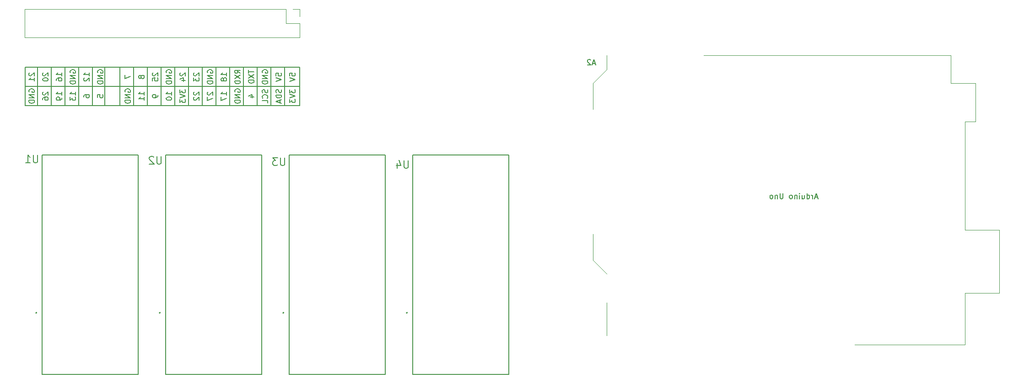
<source format=gbr>
%TF.GenerationSoftware,KiCad,Pcbnew,(6.0.10)*%
%TF.CreationDate,2025-04-12T23:07:49+02:00*%
%TF.ProjectId,pcb_shield,7063625f-7368-4696-956c-642e6b696361,1.0*%
%TF.SameCoordinates,Original*%
%TF.FileFunction,Legend,Bot*%
%TF.FilePolarity,Positive*%
%FSLAX46Y46*%
G04 Gerber Fmt 4.6, Leading zero omitted, Abs format (unit mm)*
G04 Created by KiCad (PCBNEW (6.0.10)) date 2025-04-12 23:07:49*
%MOMM*%
%LPD*%
G01*
G04 APERTURE LIST*
%ADD10C,0.150000*%
%ADD11C,0.120000*%
%ADD12C,0.127000*%
%ADD13C,0.200000*%
G04 APERTURE END LIST*
D10*
X72136000Y-70104000D02*
X72136000Y-77216000D01*
X120650000Y-73660000D02*
X69850000Y-73660000D01*
X112776000Y-70104000D02*
X112776000Y-77216000D01*
X100076000Y-70104000D02*
X100076000Y-77216000D01*
X105156000Y-70104000D02*
X105156000Y-77216000D01*
X115316000Y-70104000D02*
X115316000Y-77216000D01*
X110236000Y-70104000D02*
X110236000Y-77216000D01*
X89916000Y-70104000D02*
X89916000Y-77216000D01*
X94996000Y-70104000D02*
X94996000Y-77216000D01*
X84582000Y-70104000D02*
X84582000Y-77216000D01*
X82296000Y-70104000D02*
X82296000Y-77216000D01*
X69850000Y-77216000D02*
X120650000Y-77216000D01*
X107696000Y-70104000D02*
X107696000Y-77216000D01*
X97536000Y-70104000D02*
X97536000Y-77216000D01*
X102616000Y-70104000D02*
X102616000Y-77216000D01*
X87376000Y-70104000D02*
X87376000Y-77216000D01*
X69850000Y-70104000D02*
X120650000Y-70104000D01*
X74676000Y-70104000D02*
X74676000Y-77216000D01*
X92456000Y-70104000D02*
X92456000Y-77216000D01*
X69850000Y-73660000D02*
X69850000Y-77216000D01*
X120650000Y-77216000D02*
X120650000Y-73660000D01*
X77216000Y-70104000D02*
X77216000Y-77216000D01*
X117856000Y-70104000D02*
X117856000Y-77216000D01*
X69850000Y-73660000D02*
X69850000Y-70104000D01*
X120650000Y-70104000D02*
X120650000Y-73660000D01*
X79756000Y-70104000D02*
X79756000Y-77216000D01*
X101147619Y-74676095D02*
X101100000Y-74723714D01*
X101052380Y-74818952D01*
X101052380Y-75057047D01*
X101100000Y-75152285D01*
X101147619Y-75199904D01*
X101242857Y-75247523D01*
X101338095Y-75247523D01*
X101480952Y-75199904D01*
X102052380Y-74628476D01*
X102052380Y-75247523D01*
X101147619Y-75628476D02*
X101100000Y-75676095D01*
X101052380Y-75771333D01*
X101052380Y-76009428D01*
X101100000Y-76104666D01*
X101147619Y-76152285D01*
X101242857Y-76199904D01*
X101338095Y-76199904D01*
X101480952Y-76152285D01*
X102052380Y-75580857D01*
X102052380Y-76199904D01*
X96020000Y-71120095D02*
X95972380Y-71024857D01*
X95972380Y-70882000D01*
X96020000Y-70739142D01*
X96115238Y-70643904D01*
X96210476Y-70596285D01*
X96400952Y-70548666D01*
X96543809Y-70548666D01*
X96734285Y-70596285D01*
X96829523Y-70643904D01*
X96924761Y-70739142D01*
X96972380Y-70882000D01*
X96972380Y-70977238D01*
X96924761Y-71120095D01*
X96877142Y-71167714D01*
X96543809Y-71167714D01*
X96543809Y-70977238D01*
X96972380Y-71596285D02*
X95972380Y-71596285D01*
X96972380Y-72167714D01*
X95972380Y-72167714D01*
X96972380Y-72643904D02*
X95972380Y-72643904D01*
X95972380Y-72882000D01*
X96020000Y-73024857D01*
X96115238Y-73120095D01*
X96210476Y-73167714D01*
X96400952Y-73215333D01*
X96543809Y-73215333D01*
X96734285Y-73167714D01*
X96829523Y-73120095D01*
X96924761Y-73024857D01*
X96972380Y-72882000D01*
X96972380Y-72643904D01*
X98512380Y-74199904D02*
X98512380Y-74818952D01*
X98893333Y-74485619D01*
X98893333Y-74628476D01*
X98940952Y-74723714D01*
X98988571Y-74771333D01*
X99083809Y-74818952D01*
X99321904Y-74818952D01*
X99417142Y-74771333D01*
X99464761Y-74723714D01*
X99512380Y-74628476D01*
X99512380Y-74342761D01*
X99464761Y-74247523D01*
X99417142Y-74199904D01*
X98512380Y-75104666D02*
X99512380Y-75438000D01*
X98512380Y-75771333D01*
X98512380Y-76009428D02*
X98512380Y-76628476D01*
X98893333Y-76295142D01*
X98893333Y-76438000D01*
X98940952Y-76533238D01*
X98988571Y-76580857D01*
X99083809Y-76628476D01*
X99321904Y-76628476D01*
X99417142Y-76580857D01*
X99464761Y-76533238D01*
X99512380Y-76438000D01*
X99512380Y-76152285D01*
X99464761Y-76057047D01*
X99417142Y-76009428D01*
X118832380Y-71691523D02*
X118832380Y-71215333D01*
X119308571Y-71167714D01*
X119260952Y-71215333D01*
X119213333Y-71310571D01*
X119213333Y-71548666D01*
X119260952Y-71643904D01*
X119308571Y-71691523D01*
X119403809Y-71739142D01*
X119641904Y-71739142D01*
X119737142Y-71691523D01*
X119784761Y-71643904D01*
X119832380Y-71548666D01*
X119832380Y-71310571D01*
X119784761Y-71215333D01*
X119737142Y-71167714D01*
X118832380Y-72024857D02*
X119832380Y-72358190D01*
X118832380Y-72691523D01*
X103687619Y-74676095D02*
X103640000Y-74723714D01*
X103592380Y-74818952D01*
X103592380Y-75057047D01*
X103640000Y-75152285D01*
X103687619Y-75199904D01*
X103782857Y-75247523D01*
X103878095Y-75247523D01*
X104020952Y-75199904D01*
X104592380Y-74628476D01*
X104592380Y-75247523D01*
X103592380Y-75580857D02*
X103592380Y-76247523D01*
X104592380Y-75818952D01*
X81732380Y-71691523D02*
X81732380Y-71120095D01*
X81732380Y-71405809D02*
X80732380Y-71405809D01*
X80875238Y-71310571D01*
X80970476Y-71215333D01*
X81018095Y-71120095D01*
X80827619Y-72072476D02*
X80780000Y-72120095D01*
X80732380Y-72215333D01*
X80732380Y-72453428D01*
X80780000Y-72548666D01*
X80827619Y-72596285D01*
X80922857Y-72643904D01*
X81018095Y-72643904D01*
X81160952Y-72596285D01*
X81732380Y-72024857D01*
X81732380Y-72643904D01*
X91892380Y-75247523D02*
X91892380Y-74676095D01*
X91892380Y-74961809D02*
X90892380Y-74961809D01*
X91035238Y-74866571D01*
X91130476Y-74771333D01*
X91178095Y-74676095D01*
X91892380Y-76199904D02*
X91892380Y-75628476D01*
X91892380Y-75914190D02*
X90892380Y-75914190D01*
X91035238Y-75818952D01*
X91130476Y-75723714D01*
X91178095Y-75628476D01*
X107132380Y-75247523D02*
X107132380Y-74676095D01*
X107132380Y-74961809D02*
X106132380Y-74961809D01*
X106275238Y-74866571D01*
X106370476Y-74771333D01*
X106418095Y-74676095D01*
X106132380Y-75580857D02*
X106132380Y-76247523D01*
X107132380Y-75818952D01*
X83320000Y-71120095D02*
X83272380Y-71024857D01*
X83272380Y-70882000D01*
X83320000Y-70739142D01*
X83415238Y-70643904D01*
X83510476Y-70596285D01*
X83700952Y-70548666D01*
X83843809Y-70548666D01*
X84034285Y-70596285D01*
X84129523Y-70643904D01*
X84224761Y-70739142D01*
X84272380Y-70882000D01*
X84272380Y-70977238D01*
X84224761Y-71120095D01*
X84177142Y-71167714D01*
X83843809Y-71167714D01*
X83843809Y-70977238D01*
X84272380Y-71596285D02*
X83272380Y-71596285D01*
X84272380Y-72167714D01*
X83272380Y-72167714D01*
X84272380Y-72643904D02*
X83272380Y-72643904D01*
X83272380Y-72882000D01*
X83320000Y-73024857D01*
X83415238Y-73120095D01*
X83510476Y-73167714D01*
X83700952Y-73215333D01*
X83843809Y-73215333D01*
X84034285Y-73167714D01*
X84129523Y-73120095D01*
X84224761Y-73024857D01*
X84272380Y-72882000D01*
X84272380Y-72643904D01*
X111212380Y-70620095D02*
X111212380Y-71191523D01*
X112212380Y-70905809D02*
X111212380Y-70905809D01*
X111212380Y-71429619D02*
X112212380Y-72096285D01*
X111212380Y-72096285D02*
X112212380Y-71429619D01*
X112212380Y-72477238D02*
X111212380Y-72477238D01*
X111212380Y-72715333D01*
X111260000Y-72858190D01*
X111355238Y-72953428D01*
X111450476Y-73001047D01*
X111640952Y-73048666D01*
X111783809Y-73048666D01*
X111974285Y-73001047D01*
X112069523Y-72953428D01*
X112164761Y-72858190D01*
X112212380Y-72715333D01*
X112212380Y-72477238D01*
X108720000Y-74676095D02*
X108672380Y-74580857D01*
X108672380Y-74438000D01*
X108720000Y-74295142D01*
X108815238Y-74199904D01*
X108910476Y-74152285D01*
X109100952Y-74104666D01*
X109243809Y-74104666D01*
X109434285Y-74152285D01*
X109529523Y-74199904D01*
X109624761Y-74295142D01*
X109672380Y-74438000D01*
X109672380Y-74533238D01*
X109624761Y-74676095D01*
X109577142Y-74723714D01*
X109243809Y-74723714D01*
X109243809Y-74533238D01*
X109672380Y-75152285D02*
X108672380Y-75152285D01*
X109672380Y-75723714D01*
X108672380Y-75723714D01*
X109672380Y-76199904D02*
X108672380Y-76199904D01*
X108672380Y-76438000D01*
X108720000Y-76580857D01*
X108815238Y-76676095D01*
X108910476Y-76723714D01*
X109100952Y-76771333D01*
X109243809Y-76771333D01*
X109434285Y-76723714D01*
X109529523Y-76676095D01*
X109624761Y-76580857D01*
X109672380Y-76438000D01*
X109672380Y-76199904D01*
X216494761Y-94146666D02*
X216018571Y-94146666D01*
X216590000Y-94432380D02*
X216256666Y-93432380D01*
X215923333Y-94432380D01*
X215590000Y-94432380D02*
X215590000Y-93765714D01*
X215590000Y-93956190D02*
X215542380Y-93860952D01*
X215494761Y-93813333D01*
X215399523Y-93765714D01*
X215304285Y-93765714D01*
X214542380Y-94432380D02*
X214542380Y-93432380D01*
X214542380Y-94384761D02*
X214637619Y-94432380D01*
X214828095Y-94432380D01*
X214923333Y-94384761D01*
X214970952Y-94337142D01*
X215018571Y-94241904D01*
X215018571Y-93956190D01*
X214970952Y-93860952D01*
X214923333Y-93813333D01*
X214828095Y-93765714D01*
X214637619Y-93765714D01*
X214542380Y-93813333D01*
X213637619Y-93765714D02*
X213637619Y-94432380D01*
X214066190Y-93765714D02*
X214066190Y-94289523D01*
X214018571Y-94384761D01*
X213923333Y-94432380D01*
X213780476Y-94432380D01*
X213685238Y-94384761D01*
X213637619Y-94337142D01*
X213161428Y-94432380D02*
X213161428Y-93765714D01*
X213161428Y-93432380D02*
X213209047Y-93480000D01*
X213161428Y-93527619D01*
X213113809Y-93480000D01*
X213161428Y-93432380D01*
X213161428Y-93527619D01*
X212685238Y-93765714D02*
X212685238Y-94432380D01*
X212685238Y-93860952D02*
X212637619Y-93813333D01*
X212542380Y-93765714D01*
X212399523Y-93765714D01*
X212304285Y-93813333D01*
X212256666Y-93908571D01*
X212256666Y-94432380D01*
X211637619Y-94432380D02*
X211732857Y-94384761D01*
X211780476Y-94337142D01*
X211828095Y-94241904D01*
X211828095Y-93956190D01*
X211780476Y-93860952D01*
X211732857Y-93813333D01*
X211637619Y-93765714D01*
X211494761Y-93765714D01*
X211399523Y-93813333D01*
X211351904Y-93860952D01*
X211304285Y-93956190D01*
X211304285Y-94241904D01*
X211351904Y-94337142D01*
X211399523Y-94384761D01*
X211494761Y-94432380D01*
X211637619Y-94432380D01*
X210113809Y-93432380D02*
X210113809Y-94241904D01*
X210066190Y-94337142D01*
X210018571Y-94384761D01*
X209923333Y-94432380D01*
X209732857Y-94432380D01*
X209637619Y-94384761D01*
X209590000Y-94337142D01*
X209542380Y-94241904D01*
X209542380Y-93432380D01*
X209066190Y-93765714D02*
X209066190Y-94432380D01*
X209066190Y-93860952D02*
X209018571Y-93813333D01*
X208923333Y-93765714D01*
X208780476Y-93765714D01*
X208685238Y-93813333D01*
X208637619Y-93908571D01*
X208637619Y-94432380D01*
X208018571Y-94432380D02*
X208113809Y-94384761D01*
X208161428Y-94337142D01*
X208209047Y-94241904D01*
X208209047Y-93956190D01*
X208161428Y-93860952D01*
X208113809Y-93813333D01*
X208018571Y-93765714D01*
X207875714Y-93765714D01*
X207780476Y-93813333D01*
X207732857Y-93860952D01*
X207685238Y-93956190D01*
X207685238Y-94241904D01*
X207732857Y-94337142D01*
X207780476Y-94384761D01*
X207875714Y-94432380D01*
X208018571Y-94432380D01*
X80732380Y-75628476D02*
X80732380Y-75438000D01*
X80780000Y-75342761D01*
X80827619Y-75295142D01*
X80970476Y-75199904D01*
X81160952Y-75152285D01*
X81541904Y-75152285D01*
X81637142Y-75199904D01*
X81684761Y-75247523D01*
X81732380Y-75342761D01*
X81732380Y-75533238D01*
X81684761Y-75628476D01*
X81637142Y-75676095D01*
X81541904Y-75723714D01*
X81303809Y-75723714D01*
X81208571Y-75676095D01*
X81160952Y-75628476D01*
X81113333Y-75533238D01*
X81113333Y-75342761D01*
X81160952Y-75247523D01*
X81208571Y-75199904D01*
X81303809Y-75152285D01*
X118832380Y-74199904D02*
X118832380Y-74818952D01*
X119213333Y-74485619D01*
X119213333Y-74628476D01*
X119260952Y-74723714D01*
X119308571Y-74771333D01*
X119403809Y-74818952D01*
X119641904Y-74818952D01*
X119737142Y-74771333D01*
X119784761Y-74723714D01*
X119832380Y-74628476D01*
X119832380Y-74342761D01*
X119784761Y-74247523D01*
X119737142Y-74199904D01*
X118832380Y-75104666D02*
X119832380Y-75438000D01*
X118832380Y-75771333D01*
X118832380Y-76009428D02*
X118832380Y-76628476D01*
X119213333Y-76295142D01*
X119213333Y-76438000D01*
X119260952Y-76533238D01*
X119308571Y-76580857D01*
X119403809Y-76628476D01*
X119641904Y-76628476D01*
X119737142Y-76580857D01*
X119784761Y-76533238D01*
X119832380Y-76438000D01*
X119832380Y-76152285D01*
X119784761Y-76057047D01*
X119737142Y-76009428D01*
X114704761Y-74247523D02*
X114752380Y-74390380D01*
X114752380Y-74628476D01*
X114704761Y-74723714D01*
X114657142Y-74771333D01*
X114561904Y-74818952D01*
X114466666Y-74818952D01*
X114371428Y-74771333D01*
X114323809Y-74723714D01*
X114276190Y-74628476D01*
X114228571Y-74438000D01*
X114180952Y-74342761D01*
X114133333Y-74295142D01*
X114038095Y-74247523D01*
X113942857Y-74247523D01*
X113847619Y-74295142D01*
X113800000Y-74342761D01*
X113752380Y-74438000D01*
X113752380Y-74676095D01*
X113800000Y-74818952D01*
X114657142Y-75818952D02*
X114704761Y-75771333D01*
X114752380Y-75628476D01*
X114752380Y-75533238D01*
X114704761Y-75390380D01*
X114609523Y-75295142D01*
X114514285Y-75247523D01*
X114323809Y-75199904D01*
X114180952Y-75199904D01*
X113990476Y-75247523D01*
X113895238Y-75295142D01*
X113800000Y-75390380D01*
X113752380Y-75533238D01*
X113752380Y-75628476D01*
X113800000Y-75771333D01*
X113847619Y-75818952D01*
X114752380Y-76723714D02*
X114752380Y-76247523D01*
X113752380Y-76247523D01*
X116292380Y-71691523D02*
X116292380Y-71215333D01*
X116768571Y-71167714D01*
X116720952Y-71215333D01*
X116673333Y-71310571D01*
X116673333Y-71548666D01*
X116720952Y-71643904D01*
X116768571Y-71691523D01*
X116863809Y-71739142D01*
X117101904Y-71739142D01*
X117197142Y-71691523D01*
X117244761Y-71643904D01*
X117292380Y-71548666D01*
X117292380Y-71310571D01*
X117244761Y-71215333D01*
X117197142Y-71167714D01*
X116292380Y-72024857D02*
X117292380Y-72358190D01*
X116292380Y-72691523D01*
X79192380Y-75247523D02*
X79192380Y-74676095D01*
X79192380Y-74961809D02*
X78192380Y-74961809D01*
X78335238Y-74866571D01*
X78430476Y-74771333D01*
X78478095Y-74676095D01*
X78192380Y-75580857D02*
X78192380Y-76199904D01*
X78573333Y-75866571D01*
X78573333Y-76009428D01*
X78620952Y-76104666D01*
X78668571Y-76152285D01*
X78763809Y-76199904D01*
X79001904Y-76199904D01*
X79097142Y-76152285D01*
X79144761Y-76104666D01*
X79192380Y-76009428D01*
X79192380Y-75723714D01*
X79144761Y-75628476D01*
X79097142Y-75580857D01*
X109672380Y-71215333D02*
X109196190Y-70882000D01*
X109672380Y-70643904D02*
X108672380Y-70643904D01*
X108672380Y-71024857D01*
X108720000Y-71120095D01*
X108767619Y-71167714D01*
X108862857Y-71215333D01*
X109005714Y-71215333D01*
X109100952Y-71167714D01*
X109148571Y-71120095D01*
X109196190Y-71024857D01*
X109196190Y-70643904D01*
X108672380Y-71548666D02*
X109672380Y-72215333D01*
X108672380Y-72215333D02*
X109672380Y-71548666D01*
X109672380Y-72596285D02*
X108672380Y-72596285D01*
X108672380Y-72834380D01*
X108720000Y-72977238D01*
X108815238Y-73072476D01*
X108910476Y-73120095D01*
X109100952Y-73167714D01*
X109243809Y-73167714D01*
X109434285Y-73120095D01*
X109529523Y-73072476D01*
X109624761Y-72977238D01*
X109672380Y-72834380D01*
X109672380Y-72596285D01*
X94432380Y-75247523D02*
X94432380Y-75438000D01*
X94384761Y-75533238D01*
X94337142Y-75580857D01*
X94194285Y-75676095D01*
X94003809Y-75723714D01*
X93622857Y-75723714D01*
X93527619Y-75676095D01*
X93480000Y-75628476D01*
X93432380Y-75533238D01*
X93432380Y-75342761D01*
X93480000Y-75247523D01*
X93527619Y-75199904D01*
X93622857Y-75152285D01*
X93860952Y-75152285D01*
X93956190Y-75199904D01*
X94003809Y-75247523D01*
X94051428Y-75342761D01*
X94051428Y-75533238D01*
X94003809Y-75628476D01*
X93956190Y-75676095D01*
X93860952Y-75723714D01*
X78240000Y-71120095D02*
X78192380Y-71024857D01*
X78192380Y-70882000D01*
X78240000Y-70739142D01*
X78335238Y-70643904D01*
X78430476Y-70596285D01*
X78620952Y-70548666D01*
X78763809Y-70548666D01*
X78954285Y-70596285D01*
X79049523Y-70643904D01*
X79144761Y-70739142D01*
X79192380Y-70882000D01*
X79192380Y-70977238D01*
X79144761Y-71120095D01*
X79097142Y-71167714D01*
X78763809Y-71167714D01*
X78763809Y-70977238D01*
X79192380Y-71596285D02*
X78192380Y-71596285D01*
X79192380Y-72167714D01*
X78192380Y-72167714D01*
X79192380Y-72643904D02*
X78192380Y-72643904D01*
X78192380Y-72882000D01*
X78240000Y-73024857D01*
X78335238Y-73120095D01*
X78430476Y-73167714D01*
X78620952Y-73215333D01*
X78763809Y-73215333D01*
X78954285Y-73167714D01*
X79049523Y-73120095D01*
X79144761Y-73024857D01*
X79192380Y-72882000D01*
X79192380Y-72643904D01*
X88352380Y-71548666D02*
X88352380Y-72215333D01*
X89352380Y-71786761D01*
X101147619Y-71120095D02*
X101100000Y-71167714D01*
X101052380Y-71262952D01*
X101052380Y-71501047D01*
X101100000Y-71596285D01*
X101147619Y-71643904D01*
X101242857Y-71691523D01*
X101338095Y-71691523D01*
X101480952Y-71643904D01*
X102052380Y-71072476D01*
X102052380Y-71691523D01*
X101052380Y-72024857D02*
X101052380Y-72643904D01*
X101433333Y-72310571D01*
X101433333Y-72453428D01*
X101480952Y-72548666D01*
X101528571Y-72596285D01*
X101623809Y-72643904D01*
X101861904Y-72643904D01*
X101957142Y-72596285D01*
X102004761Y-72548666D01*
X102052380Y-72453428D01*
X102052380Y-72167714D01*
X102004761Y-72072476D01*
X101957142Y-72024857D01*
X111545714Y-75628476D02*
X112212380Y-75628476D01*
X111164761Y-75390380D02*
X111879047Y-75152285D01*
X111879047Y-75771333D01*
X96972380Y-75247523D02*
X96972380Y-74676095D01*
X96972380Y-74961809D02*
X95972380Y-74961809D01*
X96115238Y-74866571D01*
X96210476Y-74771333D01*
X96258095Y-74676095D01*
X95972380Y-75866571D02*
X95972380Y-75961809D01*
X96020000Y-76057047D01*
X96067619Y-76104666D01*
X96162857Y-76152285D01*
X96353333Y-76199904D01*
X96591428Y-76199904D01*
X96781904Y-76152285D01*
X96877142Y-76104666D01*
X96924761Y-76057047D01*
X96972380Y-75961809D01*
X96972380Y-75866571D01*
X96924761Y-75771333D01*
X96877142Y-75723714D01*
X96781904Y-75676095D01*
X96591428Y-75628476D01*
X96353333Y-75628476D01*
X96162857Y-75676095D01*
X96067619Y-75723714D01*
X96020000Y-75771333D01*
X95972380Y-75866571D01*
X83272380Y-75676095D02*
X83272380Y-75199904D01*
X83748571Y-75152285D01*
X83700952Y-75199904D01*
X83653333Y-75295142D01*
X83653333Y-75533238D01*
X83700952Y-75628476D01*
X83748571Y-75676095D01*
X83843809Y-75723714D01*
X84081904Y-75723714D01*
X84177142Y-75676095D01*
X84224761Y-75628476D01*
X84272380Y-75533238D01*
X84272380Y-75295142D01*
X84224761Y-75199904D01*
X84177142Y-75152285D01*
X88400000Y-74676095D02*
X88352380Y-74580857D01*
X88352380Y-74438000D01*
X88400000Y-74295142D01*
X88495238Y-74199904D01*
X88590476Y-74152285D01*
X88780952Y-74104666D01*
X88923809Y-74104666D01*
X89114285Y-74152285D01*
X89209523Y-74199904D01*
X89304761Y-74295142D01*
X89352380Y-74438000D01*
X89352380Y-74533238D01*
X89304761Y-74676095D01*
X89257142Y-74723714D01*
X88923809Y-74723714D01*
X88923809Y-74533238D01*
X89352380Y-75152285D02*
X88352380Y-75152285D01*
X89352380Y-75723714D01*
X88352380Y-75723714D01*
X89352380Y-76199904D02*
X88352380Y-76199904D01*
X88352380Y-76438000D01*
X88400000Y-76580857D01*
X88495238Y-76676095D01*
X88590476Y-76723714D01*
X88780952Y-76771333D01*
X88923809Y-76771333D01*
X89114285Y-76723714D01*
X89209523Y-76676095D01*
X89304761Y-76580857D01*
X89352380Y-76438000D01*
X89352380Y-76199904D01*
X91320952Y-71786761D02*
X91273333Y-71691523D01*
X91225714Y-71643904D01*
X91130476Y-71596285D01*
X91082857Y-71596285D01*
X90987619Y-71643904D01*
X90940000Y-71691523D01*
X90892380Y-71786761D01*
X90892380Y-71977238D01*
X90940000Y-72072476D01*
X90987619Y-72120095D01*
X91082857Y-72167714D01*
X91130476Y-72167714D01*
X91225714Y-72120095D01*
X91273333Y-72072476D01*
X91320952Y-71977238D01*
X91320952Y-71786761D01*
X91368571Y-71691523D01*
X91416190Y-71643904D01*
X91511428Y-71596285D01*
X91701904Y-71596285D01*
X91797142Y-71643904D01*
X91844761Y-71691523D01*
X91892380Y-71786761D01*
X91892380Y-71977238D01*
X91844761Y-72072476D01*
X91797142Y-72120095D01*
X91701904Y-72167714D01*
X91511428Y-72167714D01*
X91416190Y-72120095D01*
X91368571Y-72072476D01*
X91320952Y-71977238D01*
X98607619Y-71120095D02*
X98560000Y-71167714D01*
X98512380Y-71262952D01*
X98512380Y-71501047D01*
X98560000Y-71596285D01*
X98607619Y-71643904D01*
X98702857Y-71691523D01*
X98798095Y-71691523D01*
X98940952Y-71643904D01*
X99512380Y-71072476D01*
X99512380Y-71691523D01*
X98845714Y-72548666D02*
X99512380Y-72548666D01*
X98464761Y-72310571D02*
X99179047Y-72072476D01*
X99179047Y-72691523D01*
X70667619Y-71120095D02*
X70620000Y-71167714D01*
X70572380Y-71262952D01*
X70572380Y-71501047D01*
X70620000Y-71596285D01*
X70667619Y-71643904D01*
X70762857Y-71691523D01*
X70858095Y-71691523D01*
X71000952Y-71643904D01*
X71572380Y-71072476D01*
X71572380Y-71691523D01*
X71572380Y-72643904D02*
X71572380Y-72072476D01*
X71572380Y-72358190D02*
X70572380Y-72358190D01*
X70715238Y-72262952D01*
X70810476Y-72167714D01*
X70858095Y-72072476D01*
X113800000Y-71120095D02*
X113752380Y-71024857D01*
X113752380Y-70882000D01*
X113800000Y-70739142D01*
X113895238Y-70643904D01*
X113990476Y-70596285D01*
X114180952Y-70548666D01*
X114323809Y-70548666D01*
X114514285Y-70596285D01*
X114609523Y-70643904D01*
X114704761Y-70739142D01*
X114752380Y-70882000D01*
X114752380Y-70977238D01*
X114704761Y-71120095D01*
X114657142Y-71167714D01*
X114323809Y-71167714D01*
X114323809Y-70977238D01*
X114752380Y-71596285D02*
X113752380Y-71596285D01*
X114752380Y-72167714D01*
X113752380Y-72167714D01*
X114752380Y-72643904D02*
X113752380Y-72643904D01*
X113752380Y-72882000D01*
X113800000Y-73024857D01*
X113895238Y-73120095D01*
X113990476Y-73167714D01*
X114180952Y-73215333D01*
X114323809Y-73215333D01*
X114514285Y-73167714D01*
X114609523Y-73120095D01*
X114704761Y-73024857D01*
X114752380Y-72882000D01*
X114752380Y-72643904D01*
X70620000Y-74676095D02*
X70572380Y-74580857D01*
X70572380Y-74438000D01*
X70620000Y-74295142D01*
X70715238Y-74199904D01*
X70810476Y-74152285D01*
X71000952Y-74104666D01*
X71143809Y-74104666D01*
X71334285Y-74152285D01*
X71429523Y-74199904D01*
X71524761Y-74295142D01*
X71572380Y-74438000D01*
X71572380Y-74533238D01*
X71524761Y-74676095D01*
X71477142Y-74723714D01*
X71143809Y-74723714D01*
X71143809Y-74533238D01*
X71572380Y-75152285D02*
X70572380Y-75152285D01*
X71572380Y-75723714D01*
X70572380Y-75723714D01*
X71572380Y-76199904D02*
X70572380Y-76199904D01*
X70572380Y-76438000D01*
X70620000Y-76580857D01*
X70715238Y-76676095D01*
X70810476Y-76723714D01*
X71000952Y-76771333D01*
X71143809Y-76771333D01*
X71334285Y-76723714D01*
X71429523Y-76676095D01*
X71524761Y-76580857D01*
X71572380Y-76438000D01*
X71572380Y-76199904D01*
X73207619Y-71120095D02*
X73160000Y-71167714D01*
X73112380Y-71262952D01*
X73112380Y-71501047D01*
X73160000Y-71596285D01*
X73207619Y-71643904D01*
X73302857Y-71691523D01*
X73398095Y-71691523D01*
X73540952Y-71643904D01*
X74112380Y-71072476D01*
X74112380Y-71691523D01*
X73112380Y-72310571D02*
X73112380Y-72405809D01*
X73160000Y-72501047D01*
X73207619Y-72548666D01*
X73302857Y-72596285D01*
X73493333Y-72643904D01*
X73731428Y-72643904D01*
X73921904Y-72596285D01*
X74017142Y-72548666D01*
X74064761Y-72501047D01*
X74112380Y-72405809D01*
X74112380Y-72310571D01*
X74064761Y-72215333D01*
X74017142Y-72167714D01*
X73921904Y-72120095D01*
X73731428Y-72072476D01*
X73493333Y-72072476D01*
X73302857Y-72120095D01*
X73207619Y-72167714D01*
X73160000Y-72215333D01*
X73112380Y-72310571D01*
X73207619Y-74676095D02*
X73160000Y-74723714D01*
X73112380Y-74818952D01*
X73112380Y-75057047D01*
X73160000Y-75152285D01*
X73207619Y-75199904D01*
X73302857Y-75247523D01*
X73398095Y-75247523D01*
X73540952Y-75199904D01*
X74112380Y-74628476D01*
X74112380Y-75247523D01*
X73112380Y-76104666D02*
X73112380Y-75914190D01*
X73160000Y-75818952D01*
X73207619Y-75771333D01*
X73350476Y-75676095D01*
X73540952Y-75628476D01*
X73921904Y-75628476D01*
X74017142Y-75676095D01*
X74064761Y-75723714D01*
X74112380Y-75818952D01*
X74112380Y-76009428D01*
X74064761Y-76104666D01*
X74017142Y-76152285D01*
X73921904Y-76199904D01*
X73683809Y-76199904D01*
X73588571Y-76152285D01*
X73540952Y-76104666D01*
X73493333Y-76009428D01*
X73493333Y-75818952D01*
X73540952Y-75723714D01*
X73588571Y-75676095D01*
X73683809Y-75628476D01*
X76652380Y-71691523D02*
X76652380Y-71120095D01*
X76652380Y-71405809D02*
X75652380Y-71405809D01*
X75795238Y-71310571D01*
X75890476Y-71215333D01*
X75938095Y-71120095D01*
X75652380Y-72548666D02*
X75652380Y-72358190D01*
X75700000Y-72262952D01*
X75747619Y-72215333D01*
X75890476Y-72120095D01*
X76080952Y-72072476D01*
X76461904Y-72072476D01*
X76557142Y-72120095D01*
X76604761Y-72167714D01*
X76652380Y-72262952D01*
X76652380Y-72453428D01*
X76604761Y-72548666D01*
X76557142Y-72596285D01*
X76461904Y-72643904D01*
X76223809Y-72643904D01*
X76128571Y-72596285D01*
X76080952Y-72548666D01*
X76033333Y-72453428D01*
X76033333Y-72262952D01*
X76080952Y-72167714D01*
X76128571Y-72120095D01*
X76223809Y-72072476D01*
X103640000Y-71120095D02*
X103592380Y-71024857D01*
X103592380Y-70882000D01*
X103640000Y-70739142D01*
X103735238Y-70643904D01*
X103830476Y-70596285D01*
X104020952Y-70548666D01*
X104163809Y-70548666D01*
X104354285Y-70596285D01*
X104449523Y-70643904D01*
X104544761Y-70739142D01*
X104592380Y-70882000D01*
X104592380Y-70977238D01*
X104544761Y-71120095D01*
X104497142Y-71167714D01*
X104163809Y-71167714D01*
X104163809Y-70977238D01*
X104592380Y-71596285D02*
X103592380Y-71596285D01*
X104592380Y-72167714D01*
X103592380Y-72167714D01*
X104592380Y-72643904D02*
X103592380Y-72643904D01*
X103592380Y-72882000D01*
X103640000Y-73024857D01*
X103735238Y-73120095D01*
X103830476Y-73167714D01*
X104020952Y-73215333D01*
X104163809Y-73215333D01*
X104354285Y-73167714D01*
X104449523Y-73120095D01*
X104544761Y-73024857D01*
X104592380Y-72882000D01*
X104592380Y-72643904D01*
X117244761Y-74223714D02*
X117292380Y-74366571D01*
X117292380Y-74604666D01*
X117244761Y-74699904D01*
X117197142Y-74747523D01*
X117101904Y-74795142D01*
X117006666Y-74795142D01*
X116911428Y-74747523D01*
X116863809Y-74699904D01*
X116816190Y-74604666D01*
X116768571Y-74414190D01*
X116720952Y-74318952D01*
X116673333Y-74271333D01*
X116578095Y-74223714D01*
X116482857Y-74223714D01*
X116387619Y-74271333D01*
X116340000Y-74318952D01*
X116292380Y-74414190D01*
X116292380Y-74652285D01*
X116340000Y-74795142D01*
X117292380Y-75223714D02*
X116292380Y-75223714D01*
X116292380Y-75461809D01*
X116340000Y-75604666D01*
X116435238Y-75699904D01*
X116530476Y-75747523D01*
X116720952Y-75795142D01*
X116863809Y-75795142D01*
X117054285Y-75747523D01*
X117149523Y-75699904D01*
X117244761Y-75604666D01*
X117292380Y-75461809D01*
X117292380Y-75223714D01*
X117006666Y-76176095D02*
X117006666Y-76652285D01*
X117292380Y-76080857D02*
X116292380Y-76414190D01*
X117292380Y-76747523D01*
X107132380Y-71691523D02*
X107132380Y-71120095D01*
X107132380Y-71405809D02*
X106132380Y-71405809D01*
X106275238Y-71310571D01*
X106370476Y-71215333D01*
X106418095Y-71120095D01*
X106560952Y-72262952D02*
X106513333Y-72167714D01*
X106465714Y-72120095D01*
X106370476Y-72072476D01*
X106322857Y-72072476D01*
X106227619Y-72120095D01*
X106180000Y-72167714D01*
X106132380Y-72262952D01*
X106132380Y-72453428D01*
X106180000Y-72548666D01*
X106227619Y-72596285D01*
X106322857Y-72643904D01*
X106370476Y-72643904D01*
X106465714Y-72596285D01*
X106513333Y-72548666D01*
X106560952Y-72453428D01*
X106560952Y-72262952D01*
X106608571Y-72167714D01*
X106656190Y-72120095D01*
X106751428Y-72072476D01*
X106941904Y-72072476D01*
X107037142Y-72120095D01*
X107084761Y-72167714D01*
X107132380Y-72262952D01*
X107132380Y-72453428D01*
X107084761Y-72548666D01*
X107037142Y-72596285D01*
X106941904Y-72643904D01*
X106751428Y-72643904D01*
X106656190Y-72596285D01*
X106608571Y-72548666D01*
X106560952Y-72453428D01*
X93527619Y-71120095D02*
X93480000Y-71167714D01*
X93432380Y-71262952D01*
X93432380Y-71501047D01*
X93480000Y-71596285D01*
X93527619Y-71643904D01*
X93622857Y-71691523D01*
X93718095Y-71691523D01*
X93860952Y-71643904D01*
X94432380Y-71072476D01*
X94432380Y-71691523D01*
X93432380Y-72596285D02*
X93432380Y-72120095D01*
X93908571Y-72072476D01*
X93860952Y-72120095D01*
X93813333Y-72215333D01*
X93813333Y-72453428D01*
X93860952Y-72548666D01*
X93908571Y-72596285D01*
X94003809Y-72643904D01*
X94241904Y-72643904D01*
X94337142Y-72596285D01*
X94384761Y-72548666D01*
X94432380Y-72453428D01*
X94432380Y-72215333D01*
X94384761Y-72120095D01*
X94337142Y-72072476D01*
X76652380Y-75247523D02*
X76652380Y-74676095D01*
X76652380Y-74961809D02*
X75652380Y-74961809D01*
X75795238Y-74866571D01*
X75890476Y-74771333D01*
X75938095Y-74676095D01*
X76652380Y-75723714D02*
X76652380Y-75914190D01*
X76604761Y-76009428D01*
X76557142Y-76057047D01*
X76414285Y-76152285D01*
X76223809Y-76199904D01*
X75842857Y-76199904D01*
X75747619Y-76152285D01*
X75700000Y-76104666D01*
X75652380Y-76009428D01*
X75652380Y-75818952D01*
X75700000Y-75723714D01*
X75747619Y-75676095D01*
X75842857Y-75628476D01*
X76080952Y-75628476D01*
X76176190Y-75676095D01*
X76223809Y-75723714D01*
X76271428Y-75818952D01*
X76271428Y-76009428D01*
X76223809Y-76104666D01*
X76176190Y-76152285D01*
X76080952Y-76199904D01*
%TO.C,A2*%
X175339285Y-69381666D02*
X174863095Y-69381666D01*
X175434523Y-69667380D02*
X175101190Y-68667380D01*
X174767857Y-69667380D01*
X174482142Y-68762619D02*
X174434523Y-68715000D01*
X174339285Y-68667380D01*
X174101190Y-68667380D01*
X174005952Y-68715000D01*
X173958333Y-68762619D01*
X173910714Y-68857857D01*
X173910714Y-68953095D01*
X173958333Y-69095952D01*
X174529761Y-69667380D01*
X173910714Y-69667380D01*
%TO.C,U1*%
X72186666Y-86355333D02*
X72186666Y-87488666D01*
X72120000Y-87622000D01*
X72053333Y-87688666D01*
X71920000Y-87755333D01*
X71653333Y-87755333D01*
X71520000Y-87688666D01*
X71453333Y-87622000D01*
X71386666Y-87488666D01*
X71386666Y-86355333D01*
X69986666Y-87755333D02*
X70786666Y-87755333D01*
X70386666Y-87755333D02*
X70386666Y-86355333D01*
X70520000Y-86555333D01*
X70653333Y-86688666D01*
X70786666Y-86755333D01*
%TO.C,U4*%
X140766666Y-87371333D02*
X140766666Y-88504666D01*
X140700000Y-88638000D01*
X140633333Y-88704666D01*
X140500000Y-88771333D01*
X140233333Y-88771333D01*
X140100000Y-88704666D01*
X140033333Y-88638000D01*
X139966666Y-88504666D01*
X139966666Y-87371333D01*
X138700000Y-87838000D02*
X138700000Y-88771333D01*
X139033333Y-87304666D02*
X139366666Y-88304666D01*
X138500000Y-88304666D01*
%TO.C,U3*%
X117906666Y-86863333D02*
X117906666Y-87996666D01*
X117840000Y-88130000D01*
X117773333Y-88196666D01*
X117640000Y-88263333D01*
X117373333Y-88263333D01*
X117240000Y-88196666D01*
X117173333Y-88130000D01*
X117106666Y-87996666D01*
X117106666Y-86863333D01*
X116573333Y-86863333D02*
X115706666Y-86863333D01*
X116173333Y-87396666D01*
X115973333Y-87396666D01*
X115840000Y-87463333D01*
X115773333Y-87530000D01*
X115706666Y-87663333D01*
X115706666Y-87996666D01*
X115773333Y-88130000D01*
X115840000Y-88196666D01*
X115973333Y-88263333D01*
X116373333Y-88263333D01*
X116506666Y-88196666D01*
X116573333Y-88130000D01*
%TO.C,U2*%
X95046666Y-86609333D02*
X95046666Y-87742666D01*
X94980000Y-87876000D01*
X94913333Y-87942666D01*
X94780000Y-88009333D01*
X94513333Y-88009333D01*
X94380000Y-87942666D01*
X94313333Y-87876000D01*
X94246666Y-87742666D01*
X94246666Y-86609333D01*
X93646666Y-86742666D02*
X93580000Y-86676000D01*
X93446666Y-86609333D01*
X93113333Y-86609333D01*
X92980000Y-86676000D01*
X92913333Y-86742666D01*
X92846666Y-86876000D01*
X92846666Y-87009333D01*
X92913333Y-87209333D01*
X93713333Y-88009333D01*
X92846666Y-88009333D01*
D11*
%TO.C,A2*%
X250170000Y-100240000D02*
X250170000Y-111920000D01*
X243820000Y-111920000D02*
X243820000Y-121450000D01*
X245720000Y-73060000D02*
X245720000Y-80170000D01*
X177520000Y-70520000D02*
X177520000Y-67850000D01*
X245720000Y-80170000D02*
X243820000Y-80170000D01*
X177520000Y-119800000D02*
X177520000Y-113700000D01*
X243820000Y-100240000D02*
X250170000Y-100240000D01*
X241150000Y-67850000D02*
X241150000Y-73060000D01*
X241150000Y-73060000D02*
X245720000Y-73060000D01*
X174980000Y-105830000D02*
X174980000Y-101000000D01*
X243820000Y-121450000D02*
X223370000Y-121450000D01*
X195430000Y-67850000D02*
X241150000Y-67850000D01*
X250170000Y-111920000D02*
X243820000Y-111920000D01*
X243820000Y-80170000D02*
X243820000Y-100240000D01*
X174980000Y-73060000D02*
X177520000Y-70520000D01*
X177520000Y-108370000D02*
X174980000Y-105830000D01*
X174980000Y-77890000D02*
X174980000Y-73060000D01*
D12*
%TO.C,U1*%
X90805000Y-86360000D02*
X90805000Y-127000000D01*
X90805000Y-127000000D02*
X73025000Y-127000000D01*
X73025000Y-127000000D02*
X73025000Y-86360000D01*
X73025000Y-86360000D02*
X90805000Y-86360000D01*
D13*
X72015000Y-115570000D02*
G75*
G03*
X72015000Y-115570000I-100000J0D01*
G01*
D12*
%TO.C,U4*%
X159385000Y-86360000D02*
X159385000Y-127000000D01*
X141605000Y-86360000D02*
X159385000Y-86360000D01*
X141605000Y-127000000D02*
X141605000Y-86360000D01*
X159385000Y-127000000D02*
X141605000Y-127000000D01*
D13*
X140595000Y-115570000D02*
G75*
G03*
X140595000Y-115570000I-100000J0D01*
G01*
D12*
%TO.C,U3*%
X118755000Y-86365000D02*
X136535000Y-86365000D01*
X136535000Y-86365000D02*
X136535000Y-127005000D01*
X136535000Y-127005000D02*
X118755000Y-127005000D01*
X118755000Y-127005000D02*
X118755000Y-86365000D01*
D13*
X117745000Y-115575000D02*
G75*
G03*
X117745000Y-115575000I-100000J0D01*
G01*
D12*
%TO.C,U2*%
X95885000Y-86360000D02*
X113665000Y-86360000D01*
X113665000Y-127000000D02*
X95885000Y-127000000D01*
X95885000Y-127000000D02*
X95885000Y-86360000D01*
X113665000Y-86360000D02*
X113665000Y-127000000D01*
D13*
X94875000Y-115570000D02*
G75*
G03*
X94875000Y-115570000I-100000J0D01*
G01*
D11*
%TO.C,A1*%
X120710000Y-60706000D02*
X120710000Y-59376000D01*
X120710000Y-64576000D02*
X69790000Y-64576000D01*
X120710000Y-61976000D02*
X118110000Y-61976000D01*
X120710000Y-64576000D02*
X120710000Y-61976000D01*
X118110000Y-61976000D02*
X118110000Y-59376000D01*
X120710000Y-59376000D02*
X119380000Y-59376000D01*
X118110000Y-59376000D02*
X69790000Y-59376000D01*
X69790000Y-64576000D02*
X69790000Y-59376000D01*
%TD*%
M02*

</source>
